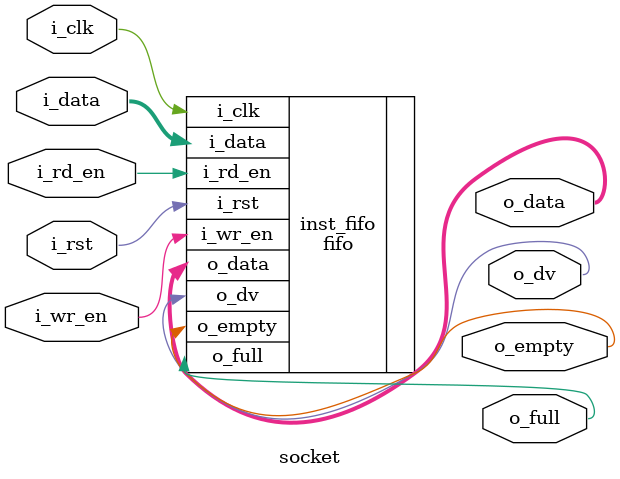
<source format=sv>
`timescale 1ns / 1ps


module socket # (parameter DATA_WIDTH = 8, DEPTH = 4)
                (   input logic i_clk,
                    input logic i_rst,
                    input logic [DATA_WIDTH-1:0] i_data,
                    input logic i_rd_en,
                    input logic i_wr_en,
                    
                    output logic [DATA_WIDTH-1:0 ]o_data,
                    output logic o_dv,
                    output logic o_full,
                    output logic o_empty);


    fifo #(.DATA_WIDTH(DATA_WIDTH), .DEPTH(DEPTH)) inst_fifo(
        .i_clk(i_clk),
        .i_rst(i_rst),
        .i_data(i_data),
        .i_rd_en(i_rd_en),
        .i_wr_en(i_wr_en),
        
        .o_data(o_data),
        .o_dv(o_dv),
        .o_full(o_full),
        .o_empty(o_empty));


endmodule               
</source>
